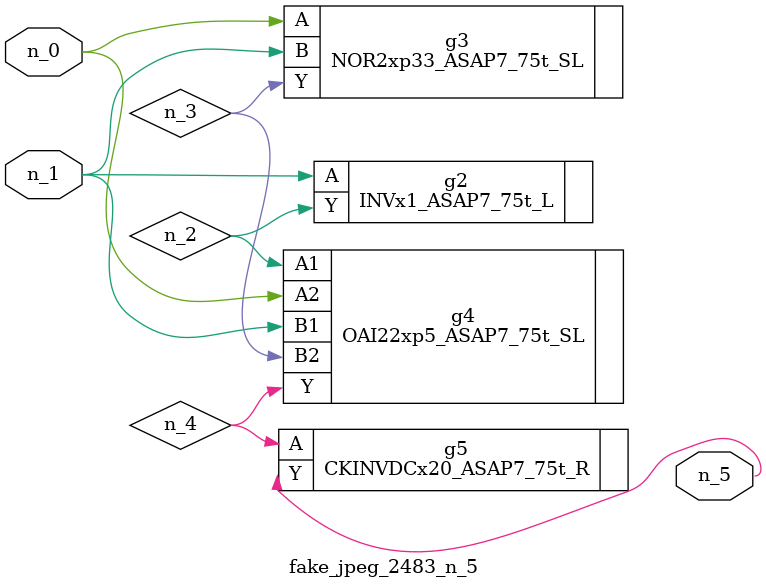
<source format=v>
module fake_jpeg_2483_n_5 (n_0, n_1, n_5);

input n_0;
input n_1;

output n_5;

wire n_3;
wire n_2;
wire n_4;

INVx1_ASAP7_75t_L g2 ( 
.A(n_1),
.Y(n_2)
);

NOR2xp33_ASAP7_75t_SL g3 ( 
.A(n_0),
.B(n_1),
.Y(n_3)
);

OAI22xp5_ASAP7_75t_SL g4 ( 
.A1(n_2),
.A2(n_0),
.B1(n_1),
.B2(n_3),
.Y(n_4)
);

CKINVDCx20_ASAP7_75t_R g5 ( 
.A(n_4),
.Y(n_5)
);


endmodule
</source>
